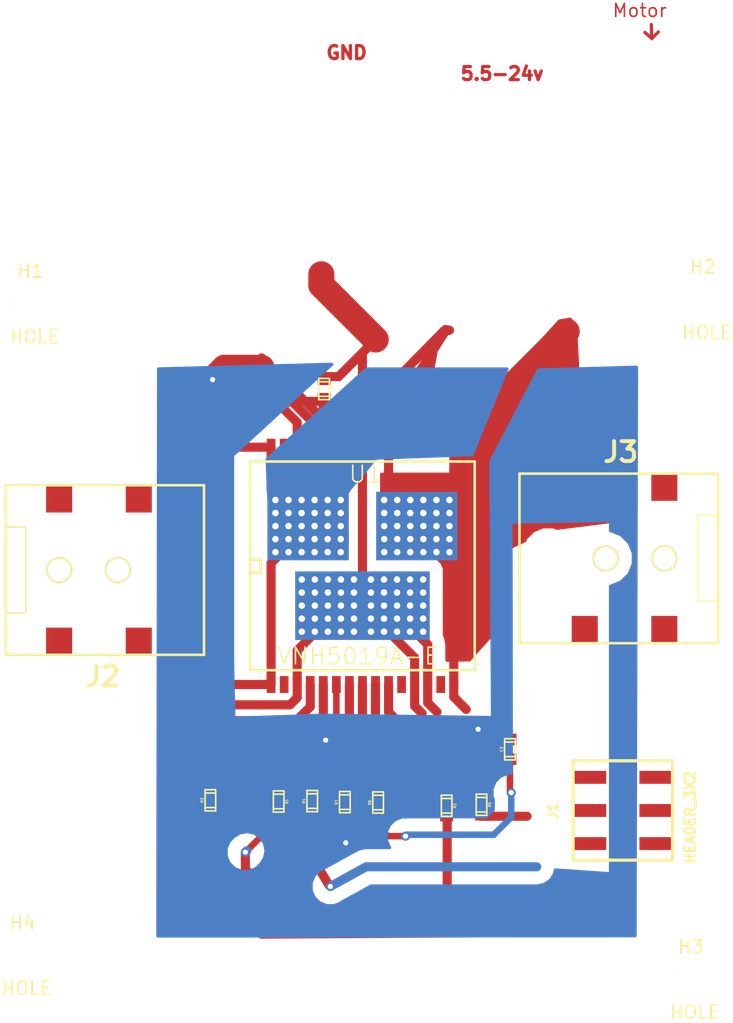
<source format=kicad_pcb>
(kicad_pcb (version 3) (host pcbnew "(2013-08-24 BZR 4298)-stable")

  (general
    (links 153)
    (no_connects 12)
    (area 0 0 0 0)
    (thickness 1.6)
    (drawings 3)
    (tracks 158)
    (zones 0)
    (modules 17)
    (nets 16)
  )

  (page A)
  (layers
    (15 F.Cu signal)
    (0 B.Cu signal)
    (16 B.Adhes user)
    (17 F.Adhes user)
    (18 B.Paste user)
    (19 F.Paste user)
    (20 B.SilkS user)
    (21 F.SilkS user)
    (22 B.Mask user)
    (23 F.Mask user)
    (24 Dwgs.User user)
    (25 Cmts.User user)
    (26 Eco1.User user)
    (27 Eco2.User user)
    (28 Edge.Cuts user)
  )

  (setup
    (last_trace_width 0.25)
    (user_trace_width 0.2)
    (user_trace_width 0.25)
    (user_trace_width 0.3)
    (user_trace_width 0.4)
    (user_trace_width 0.5)
    (user_trace_width 0.6)
    (user_trace_width 0.7)
    (user_trace_width 0.8)
    (user_trace_width 0.9)
    (user_trace_width 1)
    (user_trace_width 1.1)
    (user_trace_width 2)
    (trace_clearance 0.25)
    (zone_clearance 0.8)
    (zone_45_only no)
    (trace_min 0.1)
    (segment_width 0.2)
    (edge_width 0.1)
    (via_size 0.7)
    (via_drill 0.4)
    (via_min_size 0.7)
    (via_min_drill 0.4)
    (uvia_size 0.4)
    (uvia_drill 0.127)
    (uvias_allowed no)
    (uvia_min_size 0.4)
    (uvia_min_drill 0.127)
    (pcb_text_width 0.3)
    (pcb_text_size 1.5 1.5)
    (mod_edge_width 0.15)
    (mod_text_size 1 1)
    (mod_text_width 0.15)
    (pad_size 1.8 1.8)
    (pad_drill 1)
    (pad_to_mask_clearance 0)
    (aux_axis_origin 0 0)
    (visible_elements 7FFFFFFF)
    (pcbplotparams
      (layerselection 3178497)
      (usegerberextensions false)
      (excludeedgelayer true)
      (linewidth 0.150000)
      (plotframeref false)
      (viasonmask false)
      (mode 1)
      (useauxorigin false)
      (hpglpennumber 1)
      (hpglpenspeed 20)
      (hpglpendiameter 15)
      (hpglpenoverlay 2)
      (psnegative false)
      (psa4output false)
      (plotreference true)
      (plotvalue true)
      (plotothertext true)
      (plotinvisibletext false)
      (padsonsilk false)
      (subtractmaskfromsilk false)
      (outputformat 2)
      (mirror false)
      (drillshape 0)
      (scaleselection 1)
      (outputdirectory ""))
  )

  (net 0 "")
  (net 1 +3.3v)
  (net 2 CS)
  (net 3 GND)
  (net 4 IN_A)
  (net 5 IN_B)
  (net 6 Motor1OutA)
  (net 7 Motor1OutB)
  (net 8 N-0000010)
  (net 9 N-0000011)
  (net 10 N-0000017)
  (net 11 N-000006)
  (net 12 N-000007)
  (net 13 N-000009)
  (net 14 PWM)
  (net 15 Vin)

  (net_class Default "This is the default net class."
    (clearance 0.25)
    (trace_width 0.25)
    (via_dia 0.7)
    (via_drill 0.4)
    (uvia_dia 0.4)
    (uvia_drill 0.127)
    (add_net "")
    (add_net +3.3v)
    (add_net CS)
    (add_net GND)
    (add_net IN_A)
    (add_net IN_B)
    (add_net Motor1OutA)
    (add_net Motor1OutB)
    (add_net N-0000010)
    (add_net N-0000011)
    (add_net N-0000017)
    (add_net N-000006)
    (add_net N-000007)
    (add_net N-000009)
    (add_net PWM)
    (add_net Vin)
  )

  (module TED_MultiPowerSO-30 (layer F.Cu) (tedit 5270A0CE) (tstamp 5270836C)
    (at 146.74 105.22)
    (descr "Module CMS SOJ 16 pins tres large")
    (tags "CMS SOJ")
    (path /525F77E9)
    (attr smd)
    (fp_text reference U1 (at 0.225 -7.025) (layer F.SilkS)
      (effects (font (size 1.27 1.27) (thickness 0.127)))
    )
    (fp_text value VNH5019A-E (at -0.325 6.925) (layer F.SilkS)
      (effects (font (size 1.27 1.27) (thickness 0.127)))
    )
    (fp_line (start -8.6 8) (end -8.6 -8) (layer F.SilkS) (width 0.2032))
    (fp_line (start 8.6 -8) (end 8.6 8) (layer F.SilkS) (width 0.2032))
    (fp_line (start -8.6 -8) (end 8.6 -8) (layer F.SilkS) (width 0.2032))
    (fp_line (start 8.6 8) (end -8.6 8) (layer F.SilkS) (width 0.2032))
    (fp_line (start -8.561 -0.483) (end -7.799 -0.483) (layer F.SilkS) (width 0.2032))
    (fp_line (start -7.799 -0.483) (end -7.799 0.533) (layer F.SilkS) (width 0.2032))
    (fp_line (start -7.799 0.533) (end -8.561 0.533) (layer F.SilkS) (width 0.2032))
    (pad 22 smd rect (at 1 -9.1) (size 0.67 1.3)
      (layers F.Cu F.Paste F.Mask)
    )
    (pad 21 smd rect (at 2 -9.1) (size 0.67 1.3)
      (layers F.Cu F.Paste F.Mask)
      (net 7 Motor1OutB)
    )
    (pad 20 smd rect (at 3 -9.1) (size 0.67 1.3)
      (layers F.Cu F.Paste F.Mask)
      (net 3 GND)
    )
    (pad 19 smd rect (at 4 -9.1) (size 0.67 1.3)
      (layers F.Cu F.Paste F.Mask)
      (net 3 GND)
    )
    (pad 18 smd rect (at 5 -9.1) (size 0.67 1.3)
      (layers F.Cu F.Paste F.Mask)
      (net 3 GND)
    )
    (pad 17 smd rect (at 6 -9.1) (size 0.67 1.3)
      (layers F.Cu F.Paste F.Mask)
    )
    (pad 16 smd rect (at 7 -9.1) (size 0.67 1.3)
      (layers F.Cu F.Paste F.Mask)
      (net 7 Motor1OutB)
      (zone_connect 2)
    )
    (pad 15 smd rect (at 7 9.1) (size 0.67 1.3)
      (layers F.Cu F.Paste F.Mask)
      (net 7 Motor1OutB)
    )
    (pad 14 smd rect (at 6 9.1) (size 0.67 1.3)
      (layers F.Cu F.Paste F.Mask)
    )
    (pad 13 smd rect (at 5 9.1) (size 0.67 1.3)
      (layers F.Cu F.Paste F.Mask)
      (net 15 Vin)
    )
    (pad 12 smd rect (at 4 9.1) (size 0.67 1.3)
      (layers F.Cu F.Paste F.Mask)
      (net 15 Vin)
    )
    (pad 11 smd rect (at 3 9.1) (size 0.67 1.3)
      (layers F.Cu F.Paste F.Mask)
    )
    (pad 10 smd rect (at 2 9.1) (size 0.67 1.3)
      (layers F.Cu F.Paste F.Mask)
      (net 5 IN_B)
    )
    (pad 9 smd rect (at 1 9.1) (size 0.67 1.3)
      (layers F.Cu F.Paste F.Mask)
      (net 11 N-000006)
    )
    (pad 1 smd rect (at -7 9.1) (size 0.67 1.3)
      (layers F.Cu F.Paste F.Mask)
      (net 6 Motor1OutA)
    )
    (pad 2 smd rect (at -6 9.1) (size 0.67 1.3)
      (layers F.Cu F.Paste F.Mask)
    )
    (pad 3 smd rect (at -5 9.1) (size 0.67 1.3)
      (layers F.Cu F.Paste F.Mask)
      (net 15 Vin)
    )
    (pad 4 smd rect (at -4 9.1) (size 0.67 1.3)
      (layers F.Cu F.Paste F.Mask)
      (net 4 IN_A)
    )
    (pad 5 smd rect (at -3 9.1) (size 0.67 1.3)
      (layers F.Cu F.Paste F.Mask)
      (net 12 N-000007)
    )
    (pad 6 smd rect (at -2 9.1) (size 0.67 1.3)
      (layers F.Cu F.Paste F.Mask)
      (net 3 GND)
    )
    (pad 7 smd rect (at -1 9.1) (size 0.67 1.3)
      (layers F.Cu F.Paste F.Mask)
      (net 14 PWM)
    )
    (pad 8 smd rect (at 0 9.1) (size 0.67 1.3)
      (layers F.Cu F.Paste F.Mask)
      (net 2 CS)
    )
    (pad 23 smd rect (at 0 -9.1) (size 0.67 1.3)
      (layers F.Cu F.Paste F.Mask)
      (net 15 Vin)
    )
    (pad 24 smd rect (at -1 -9.1) (size 0.67 1.3)
      (layers F.Cu F.Paste F.Mask)
    )
    (pad 25 smd rect (at -2 -9.1) (size 0.67 1.3)
      (layers F.Cu F.Paste F.Mask)
      (net 6 Motor1OutA)
    )
    (pad 26 smd rect (at -3 -9.1) (size 0.67 1.3)
      (layers F.Cu F.Paste F.Mask)
      (net 3 GND)
    )
    (pad 27 smd rect (at -4 -9.1) (size 0.67 1.3)
      (layers F.Cu F.Paste F.Mask)
      (net 3 GND)
    )
    (pad 28 smd rect (at -5 -9.1) (size 0.67 1.3)
      (layers F.Cu F.Paste F.Mask)
      (net 3 GND)
    )
    (pad 29 smd rect (at -6 -9.1) (size 0.67 1.3)
      (layers F.Cu F.Paste F.Mask)
    )
    (pad 30 smd rect (at -7 -9.1) (size 0.67 1.3)
      (layers F.Cu F.Paste F.Mask)
      (net 6 Motor1OutA)
    )
    (pad 33 smd rect (at -4.165 -3.05) (size 6.23 5.25)
      (layers F.Cu F.Paste F.Mask)
      (net 6 Motor1OutA)
      (zone_connect 2)
    )
    (pad 32 smd rect (at 4.165 -3.05) (size 6.23 5.25)
      (layers F.Cu F.Paste F.Mask)
      (net 7 Motor1OutB)
      (zone_connect 2)
    )
    (pad 31 smd rect (at 0 3.05) (size 10.3 5.25)
      (layers F.Cu F.Paste F.Mask)
      (net 15 Vin)
      (zone_connect 2)
    )
    (pad 33 thru_hole circle (at -6.665 -5.05) (size 0.5 0.5) (drill 0.5)
      (layers *.Cu)
      (net 6 Motor1OutA)
      (zone_connect 2)
    )
    (pad 33 thru_hole circle (at -5.665 -5.05) (size 0.5 0.5) (drill 0.5)
      (layers *.Cu)
      (net 6 Motor1OutA)
      (zone_connect 2)
    )
    (pad 33 thru_hole circle (at -4.665 -5.05) (size 0.5 0.5) (drill 0.5)
      (layers *.Cu)
      (net 6 Motor1OutA)
      (zone_connect 2)
    )
    (pad 33 thru_hole circle (at -3.665 -5.05) (size 0.5 0.5) (drill 0.5)
      (layers *.Cu)
      (net 6 Motor1OutA)
      (zone_connect 2)
    )
    (pad 33 thru_hole circle (at -2.665 -5.05) (size 0.5 0.5) (drill 0.5)
      (layers *.Cu)
      (net 6 Motor1OutA)
      (zone_connect 2)
    )
    (pad 33 thru_hole circle (at -1.665 -5.05) (size 0.5 0.5) (drill 0.5)
      (layers *.Cu)
      (net 6 Motor1OutA)
      (zone_connect 2)
    )
    (pad 32 thru_hole circle (at 6.665 -5.05) (size 0.5 0.5) (drill 0.5)
      (layers *.Cu)
      (net 7 Motor1OutB)
      (zone_connect 2)
    )
    (pad 32 thru_hole circle (at 5.665 -5.05) (size 0.5 0.5) (drill 0.5)
      (layers *.Cu)
      (net 7 Motor1OutB)
      (zone_connect 2)
    )
    (pad 32 thru_hole circle (at 4.665 -5.05) (size 0.5 0.5) (drill 0.5)
      (layers *.Cu)
      (net 7 Motor1OutB)
      (zone_connect 2)
    )
    (pad 32 thru_hole circle (at 3.665 -5.05) (size 0.5 0.5) (drill 0.5)
      (layers *.Cu)
      (net 7 Motor1OutB)
      (zone_connect 2)
    )
    (pad 32 thru_hole circle (at 2.665 -5.05) (size 0.5 0.5) (drill 0.5)
      (layers *.Cu)
      (net 7 Motor1OutB)
      (zone_connect 2)
    )
    (pad 32 thru_hole circle (at 1.665 -5.05) (size 0.5 0.5) (drill 0.5)
      (layers *.Cu)
      (net 7 Motor1OutB)
      (zone_connect 2)
    )
    (pad 32 thru_hole circle (at 6.665 -4.05) (size 0.5 0.5) (drill 0.5)
      (layers *.Cu)
      (net 7 Motor1OutB)
      (zone_connect 2)
    )
    (pad 32 thru_hole circle (at 5.665 -4.05) (size 0.5 0.5) (drill 0.5)
      (layers *.Cu)
      (net 7 Motor1OutB)
      (zone_connect 2)
    )
    (pad 32 thru_hole circle (at 4.665 -4.05) (size 0.5 0.5) (drill 0.5)
      (layers *.Cu)
      (net 7 Motor1OutB)
      (zone_connect 2)
    )
    (pad 32 thru_hole circle (at 3.665 -4.05) (size 0.5 0.5) (drill 0.5)
      (layers *.Cu)
      (net 7 Motor1OutB)
      (zone_connect 2)
    )
    (pad 32 thru_hole circle (at 2.665 -4.05) (size 0.5 0.5) (drill 0.5)
      (layers *.Cu)
      (net 7 Motor1OutB)
      (zone_connect 2)
    )
    (pad 32 thru_hole circle (at 1.665 -4.05) (size 0.5 0.5) (drill 0.5)
      (layers *.Cu)
      (net 7 Motor1OutB)
      (zone_connect 2)
    )
    (pad 33 thru_hole circle (at -1.665 -4.05) (size 0.5 0.5) (drill 0.5)
      (layers *.Cu)
      (net 6 Motor1OutA)
      (zone_connect 2)
    )
    (pad 33 thru_hole circle (at -2.665 -4.05) (size 0.5 0.5) (drill 0.5)
      (layers *.Cu)
      (net 6 Motor1OutA)
      (zone_connect 2)
    )
    (pad 33 thru_hole circle (at -3.665 -4.05) (size 0.5 0.5) (drill 0.5)
      (layers *.Cu)
      (net 6 Motor1OutA)
      (zone_connect 2)
    )
    (pad 33 thru_hole circle (at -4.665 -4.05) (size 0.5 0.5) (drill 0.5)
      (layers *.Cu)
      (net 6 Motor1OutA)
      (zone_connect 2)
    )
    (pad 33 thru_hole circle (at -5.665 -4.05) (size 0.5 0.5) (drill 0.5)
      (layers *.Cu)
      (net 6 Motor1OutA)
      (zone_connect 2)
    )
    (pad 33 thru_hole circle (at -6.665 -4.05) (size 0.5 0.5) (drill 0.5)
      (layers *.Cu)
      (net 6 Motor1OutA)
      (zone_connect 2)
    )
    (pad 32 thru_hole circle (at 1.665 -3.05) (size 0.5 0.5) (drill 0.5)
      (layers *.Cu)
      (net 7 Motor1OutB)
      (zone_connect 2)
    )
    (pad 32 thru_hole circle (at 2.665 -3.05) (size 0.5 0.5) (drill 0.5)
      (layers *.Cu)
      (net 7 Motor1OutB)
      (zone_connect 2)
    )
    (pad 32 thru_hole circle (at 3.665 -3.05) (size 0.5 0.5) (drill 0.5)
      (layers *.Cu)
      (net 7 Motor1OutB)
      (zone_connect 2)
    )
    (pad 32 thru_hole circle (at 4.665 -3.05) (size 0.5 0.5) (drill 0.5)
      (layers *.Cu)
      (net 7 Motor1OutB)
      (zone_connect 2)
    )
    (pad 32 thru_hole circle (at 5.665 -3.05) (size 0.5 0.5) (drill 0.5)
      (layers *.Cu)
      (net 7 Motor1OutB)
      (zone_connect 2)
    )
    (pad 32 thru_hole circle (at 6.665 -3.05) (size 0.5 0.5) (drill 0.5)
      (layers *.Cu)
      (net 7 Motor1OutB)
      (zone_connect 2)
    )
    (pad 33 thru_hole circle (at -1.665 -3.05) (size 0.5 0.5) (drill 0.5)
      (layers *.Cu)
      (net 6 Motor1OutA)
      (zone_connect 2)
    )
    (pad 33 thru_hole circle (at -2.665 -3.05) (size 0.5 0.5) (drill 0.5)
      (layers *.Cu)
      (net 6 Motor1OutA)
      (zone_connect 2)
    )
    (pad 33 thru_hole circle (at -3.665 -3.05) (size 0.5 0.5) (drill 0.5)
      (layers *.Cu)
      (net 6 Motor1OutA)
      (zone_connect 2)
    )
    (pad 33 thru_hole circle (at -4.665 -3.05) (size 0.5 0.5) (drill 0.5)
      (layers *.Cu)
      (net 6 Motor1OutA)
      (zone_connect 2)
    )
    (pad 33 thru_hole circle (at -5.665 -3.05) (size 0.5 0.5) (drill 0.5)
      (layers *.Cu)
      (net 6 Motor1OutA)
      (zone_connect 2)
    )
    (pad 33 thru_hole circle (at -6.665 -3.05) (size 0.5 0.5) (drill 0.5)
      (layers *.Cu)
      (net 6 Motor1OutA)
      (zone_connect 2)
    )
    (pad 33 thru_hole circle (at -6.665 -2.05) (size 0.5 0.5) (drill 0.5)
      (layers *.Cu)
      (net 6 Motor1OutA)
      (zone_connect 2)
    )
    (pad 33 thru_hole circle (at -5.665 -2.05) (size 0.5 0.5) (drill 0.5)
      (layers *.Cu)
      (net 6 Motor1OutA)
      (zone_connect 2)
    )
    (pad 33 thru_hole circle (at -4.665 -2.05) (size 0.5 0.5) (drill 0.5)
      (layers *.Cu)
      (net 6 Motor1OutA)
      (zone_connect 2)
    )
    (pad 33 thru_hole circle (at -3.665 -2.05) (size 0.5 0.5) (drill 0.5)
      (layers *.Cu)
      (net 6 Motor1OutA)
      (zone_connect 2)
    )
    (pad 33 thru_hole circle (at -2.665 -2.05) (size 0.5 0.5) (drill 0.5)
      (layers *.Cu)
      (net 6 Motor1OutA)
      (zone_connect 2)
    )
    (pad 33 thru_hole circle (at -1.665 -2.05) (size 0.5 0.5) (drill 0.5)
      (layers *.Cu)
      (net 6 Motor1OutA)
      (zone_connect 2)
    )
    (pad 32 thru_hole circle (at 1.665 -2.05) (size 0.5 0.5) (drill 0.5)
      (layers *.Cu)
      (net 7 Motor1OutB)
      (zone_connect 2)
    )
    (pad 32 thru_hole circle (at 2.665 -2.05) (size 0.5 0.5) (drill 0.5)
      (layers *.Cu)
      (net 7 Motor1OutB)
      (zone_connect 2)
    )
    (pad 32 thru_hole circle (at 3.665 -2.05) (size 0.5 0.5) (drill 0.5)
      (layers *.Cu)
      (net 7 Motor1OutB)
      (zone_connect 2)
    )
    (pad 32 thru_hole circle (at 4.665 -2.05) (size 0.5 0.5) (drill 0.5)
      (layers *.Cu)
      (net 7 Motor1OutB)
      (zone_connect 2)
    )
    (pad 32 thru_hole circle (at 5.665 -2.05) (size 0.5 0.5) (drill 0.5)
      (layers *.Cu)
      (net 7 Motor1OutB)
      (zone_connect 2)
    )
    (pad 32 thru_hole circle (at 6.665 -2.05) (size 0.5 0.5) (drill 0.5)
      (layers *.Cu)
      (net 7 Motor1OutB)
      (zone_connect 2)
    )
    (pad 33 thru_hole circle (at -6.665 -1.05) (size 0.5 0.5) (drill 0.5)
      (layers *.Cu)
      (net 6 Motor1OutA)
      (zone_connect 2)
    )
    (pad 33 thru_hole circle (at -5.665 -1.05) (size 0.5 0.5) (drill 0.5)
      (layers *.Cu)
      (net 6 Motor1OutA)
      (zone_connect 2)
    )
    (pad 33 thru_hole circle (at -4.665 -1.05) (size 0.5 0.5) (drill 0.5)
      (layers *.Cu)
      (net 6 Motor1OutA)
      (zone_connect 2)
    )
    (pad 33 thru_hole circle (at -3.665 -1.05) (size 0.5 0.5) (drill 0.5)
      (layers *.Cu)
      (net 6 Motor1OutA)
      (zone_connect 2)
    )
    (pad 33 thru_hole circle (at -2.665 -1.05) (size 0.5 0.5) (drill 0.5)
      (layers *.Cu)
      (net 6 Motor1OutA)
      (zone_connect 2)
    )
    (pad 33 thru_hole circle (at -1.665 -1.05) (size 0.5 0.5) (drill 0.5)
      (layers *.Cu)
      (net 6 Motor1OutA)
      (zone_connect 2)
    )
    (pad 32 thru_hole circle (at 1.665 -1.05) (size 0.5 0.5) (drill 0.5)
      (layers *.Cu)
      (net 7 Motor1OutB)
      (zone_connect 2)
    )
    (pad 32 thru_hole circle (at 2.665 -1.05) (size 0.5 0.5) (drill 0.5)
      (layers *.Cu)
      (net 7 Motor1OutB)
      (zone_connect 2)
    )
    (pad 32 thru_hole circle (at 3.665 -1.05) (size 0.5 0.5) (drill 0.5)
      (layers *.Cu)
      (net 7 Motor1OutB)
      (zone_connect 2)
    )
    (pad 32 thru_hole circle (at 4.665 -1.05) (size 0.5 0.5) (drill 0.5)
      (layers *.Cu)
      (net 7 Motor1OutB)
      (zone_connect 2)
    )
    (pad 32 thru_hole circle (at 5.665 -1.05) (size 0.5 0.5) (drill 0.5)
      (layers *.Cu)
      (net 7 Motor1OutB)
      (zone_connect 2)
    )
    (pad 32 thru_hole circle (at 6.665 -1.05) (size 0.5 0.5) (drill 0.5)
      (layers *.Cu)
      (net 7 Motor1OutB)
      (zone_connect 2)
    )
    (pad 31 thru_hole circle (at 1.65 1.05) (size 0.5 0.5) (drill 0.5)
      (layers *.Cu)
      (net 15 Vin)
      (zone_connect 2)
    )
    (pad 31 thru_hole circle (at 2.65 1.05) (size 0.5 0.5) (drill 0.5)
      (layers *.Cu)
      (net 15 Vin)
      (zone_connect 2)
    )
    (pad 31 thru_hole circle (at 3.65 1.05) (size 0.5 0.5) (drill 0.5)
      (layers *.Cu)
      (net 15 Vin)
      (zone_connect 2)
    )
    (pad 31 thru_hole circle (at 4.65 1.05) (size 0.5 0.5) (drill 0.5)
      (layers *.Cu)
      (net 15 Vin)
      (zone_connect 2)
    )
    (pad 31 thru_hole circle (at 4.65 2.05) (size 0.5 0.5) (drill 0.5)
      (layers *.Cu)
      (net 15 Vin)
      (zone_connect 2)
    )
    (pad 31 thru_hole circle (at 3.65 2.05) (size 0.5 0.5) (drill 0.5)
      (layers *.Cu)
      (net 15 Vin)
      (zone_connect 2)
    )
    (pad 31 thru_hole circle (at 2.65 2.05) (size 0.5 0.5) (drill 0.5)
      (layers *.Cu)
      (net 15 Vin)
      (zone_connect 2)
    )
    (pad 31 thru_hole circle (at 1.65 2.05) (size 0.5 0.5) (drill 0.5)
      (layers *.Cu)
      (net 15 Vin)
      (zone_connect 2)
    )
    (pad 31 thru_hole circle (at 4.65 3.05) (size 0.5 0.5) (drill 0.5)
      (layers *.Cu)
      (net 15 Vin)
      (zone_connect 2)
    )
    (pad 31 thru_hole circle (at 3.65 3.05) (size 0.5 0.5) (drill 0.5)
      (layers *.Cu)
      (net 15 Vin)
      (zone_connect 2)
    )
    (pad 31 thru_hole circle (at 2.65 3.05) (size 0.5 0.5) (drill 0.5)
      (layers *.Cu)
      (net 15 Vin)
      (zone_connect 2)
    )
    (pad 31 thru_hole circle (at 1.65 3.05) (size 0.5 0.5) (drill 0.5)
      (layers *.Cu)
      (net 15 Vin)
      (zone_connect 2)
    )
    (pad 31 thru_hole circle (at 1.65 4.05) (size 0.5 0.5) (drill 0.5)
      (layers *.Cu)
      (net 15 Vin)
      (zone_connect 2)
    )
    (pad 31 thru_hole circle (at 2.65 4.05) (size 0.5 0.5) (drill 0.5)
      (layers *.Cu)
      (net 15 Vin)
      (zone_connect 2)
    )
    (pad 31 thru_hole circle (at 3.65 4.05) (size 0.5 0.5) (drill 0.5)
      (layers *.Cu)
      (net 15 Vin)
      (zone_connect 2)
    )
    (pad 31 thru_hole circle (at 4.65 4.05) (size 0.5 0.5) (drill 0.5)
      (layers *.Cu)
      (net 15 Vin)
      (zone_connect 2)
    )
    (pad 31 thru_hole circle (at 1.65 5.05) (size 0.5 0.5) (drill 0.5)
      (layers *.Cu)
      (net 15 Vin)
      (zone_connect 2)
    )
    (pad 31 thru_hole circle (at 2.65 5.05) (size 0.5 0.5) (drill 0.5)
      (layers *.Cu)
      (net 15 Vin)
      (zone_connect 2)
    )
    (pad 31 thru_hole circle (at 3.65 5.05) (size 0.5 0.5) (drill 0.5)
      (layers *.Cu)
      (net 15 Vin)
      (zone_connect 2)
    )
    (pad 31 thru_hole circle (at 4.65 5.05) (size 0.5 0.5) (drill 0.5)
      (layers *.Cu)
      (net 15 Vin)
      (zone_connect 2)
    )
    (pad 31 thru_hole circle (at 0.65 5.05) (size 0.5 0.5) (drill 0.5)
      (layers *.Cu)
      (net 15 Vin)
      (zone_connect 2)
    )
    (pad 31 thru_hole circle (at -0.65 5.05) (size 0.5 0.5) (drill 0.5)
      (layers *.Cu)
      (net 15 Vin)
      (zone_connect 2)
    )
    (pad 31 thru_hole circle (at -1.65 5.05) (size 0.5 0.5) (drill 0.5)
      (layers *.Cu)
      (net 15 Vin)
      (zone_connect 2)
    )
    (pad 31 thru_hole circle (at -2.65 5.05) (size 0.5 0.5) (drill 0.5)
      (layers *.Cu)
      (net 15 Vin)
      (zone_connect 2)
    )
    (pad 31 thru_hole circle (at -3.65 5.05) (size 0.5 0.5) (drill 0.5)
      (layers *.Cu)
      (net 15 Vin)
      (zone_connect 2)
    )
    (pad 31 thru_hole circle (at -4.65 5.05) (size 0.5 0.5) (drill 0.5)
      (layers *.Cu)
      (net 15 Vin)
      (zone_connect 2)
    )
    (pad 31 thru_hole circle (at 0.65 4.05) (size 0.5 0.5) (drill 0.5)
      (layers *.Cu)
      (net 15 Vin)
      (zone_connect 2)
    )
    (pad 31 thru_hole circle (at -0.65 4.05) (size 0.5 0.5) (drill 0.5)
      (layers *.Cu)
      (net 15 Vin)
      (zone_connect 2)
    )
    (pad 31 thru_hole circle (at -1.65 4.05) (size 0.5 0.5) (drill 0.5)
      (layers *.Cu)
      (net 15 Vin)
      (zone_connect 2)
    )
    (pad 31 thru_hole circle (at -2.65 4.05) (size 0.5 0.5) (drill 0.5)
      (layers *.Cu)
      (net 15 Vin)
      (zone_connect 2)
    )
    (pad 31 thru_hole circle (at -3.65 4.05) (size 0.5 0.5) (drill 0.5)
      (layers *.Cu)
      (net 15 Vin)
      (zone_connect 2)
    )
    (pad 31 thru_hole circle (at -4.65 4.05) (size 0.5 0.5) (drill 0.5)
      (layers *.Cu)
      (net 15 Vin)
      (zone_connect 2)
    )
    (pad 31 thru_hole circle (at -4.65 3.05) (size 0.5 0.5) (drill 0.5)
      (layers *.Cu)
      (net 15 Vin)
      (zone_connect 2)
    )
    (pad 31 thru_hole circle (at -3.65 3.05) (size 0.5 0.5) (drill 0.5)
      (layers *.Cu)
      (net 15 Vin)
      (zone_connect 2)
    )
    (pad 31 thru_hole circle (at -2.65 3.05) (size 0.5 0.5) (drill 0.5)
      (layers *.Cu)
      (net 15 Vin)
      (zone_connect 2)
    )
    (pad 31 thru_hole circle (at -1.65 3.05) (size 0.5 0.5) (drill 0.5)
      (layers *.Cu)
      (net 15 Vin)
      (zone_connect 2)
    )
    (pad 31 thru_hole circle (at -0.65 3.05) (size 0.5 0.5) (drill 0.5)
      (layers *.Cu)
      (net 15 Vin)
      (zone_connect 2)
    )
    (pad 31 thru_hole circle (at 0.65 3.05) (size 0.5 0.5) (drill 0.5)
      (layers *.Cu)
      (net 15 Vin)
      (zone_connect 2)
    )
    (pad 31 thru_hole circle (at -4.65 2.05) (size 0.5 0.5) (drill 0.5)
      (layers *.Cu)
      (net 15 Vin)
      (zone_connect 2)
    )
    (pad 31 thru_hole circle (at -3.65 2.05) (size 0.5 0.5) (drill 0.5)
      (layers *.Cu)
      (net 15 Vin)
      (zone_connect 2)
    )
    (pad 31 thru_hole circle (at -2.65 2.05) (size 0.5 0.5) (drill 0.5)
      (layers *.Cu)
      (net 15 Vin)
      (zone_connect 2)
    )
    (pad 31 thru_hole circle (at -1.65 2.05) (size 0.5 0.5) (drill 0.5)
      (layers *.Cu)
      (net 15 Vin)
      (zone_connect 2)
    )
    (pad 31 thru_hole circle (at -0.65 2.05) (size 0.5 0.5) (drill 0.5)
      (layers *.Cu)
      (net 15 Vin)
      (zone_connect 2)
    )
    (pad 31 thru_hole circle (at 0.65 2.05) (size 0.5 0.5) (drill 0.5)
      (layers *.Cu)
      (net 15 Vin)
      (zone_connect 2)
    )
    (pad 31 thru_hole circle (at 0.65 1.05) (size 0.5 0.5) (drill 0.5)
      (layers *.Cu)
      (net 15 Vin)
      (zone_connect 2)
    )
    (pad 31 thru_hole circle (at -0.65 1.05) (size 0.5 0.5) (drill 0.5)
      (layers *.Cu)
      (net 15 Vin)
      (zone_connect 2)
    )
    (pad 31 thru_hole circle (at -1.65 1.05) (size 0.5 0.5) (drill 0.5)
      (layers *.Cu)
      (net 15 Vin)
      (zone_connect 2)
    )
    (pad 31 thru_hole circle (at -2.65 1.05) (size 0.5 0.5) (drill 0.5)
      (layers *.Cu)
      (net 15 Vin)
      (zone_connect 2)
    )
    (pad 31 thru_hole circle (at -3.65 1.05) (size 0.5 0.5) (drill 0.5)
      (layers *.Cu)
      (net 15 Vin)
      (zone_connect 2)
    )
    (pad 31 thru_hole circle (at -4.65 1.05) (size 0.5 0.5) (drill 0.5)
      (layers *.Cu)
      (net 15 Vin)
      (zone_connect 2)
    )
    (pad 33 smd rect (at -4.165 -3.05) (size 6.23 5.25)
      (layers B.Cu F.Paste F.Mask)
      (net 6 Motor1OutA)
      (zone_connect 2)
    )
    (pad 32 smd rect (at 4.165 -3.05) (size 6.23 5.25)
      (layers B.Cu F.Paste F.Mask)
      (net 7 Motor1OutB)
      (zone_connect 2)
    )
    (pad 31 smd rect (at 0 3.05) (size 10.3 5.25)
      (layers B.Cu F.Paste F.Mask)
      (net 15 Vin)
      (zone_connect 2)
    )
    (model smd/cms_so16.wrl
      (at (xyz 0 0 0))
      (scale (xyz 0.5 0.6 0.5))
      (rotate (xyz 0 0 0))
    )
  )

  (module TED_DC_2.1mm_SMT (layer F.Cu) (tedit 52880F9F) (tstamp 529F5C02)
    (at 127 105.54 180)
    (path /52503907)
    (fp_text reference J2 (at 0.15748 -8.15848 180) (layer F.SilkS)
      (effects (font (thickness 0.3048)))
    )
    (fp_text value DC_2.1MM (at 0.1016 8.49884 180) (layer F.SilkS) hide
      (effects (font (thickness 0.3048)))
    )
    (fp_line (start 7.6 -3.3) (end 6.05 -3.3) (layer F.SilkS) (width 0.127))
    (fp_line (start 6.05 -3.3) (end 6.05 3.3) (layer F.SilkS) (width 0.127))
    (fp_line (start 6.05 3.3) (end 7.575 3.3) (layer F.SilkS) (width 0.127))
    (fp_line (start -7.59968 -6.5024) (end 7.59968 -6.5024) (layer F.SilkS) (width 0.20066))
    (fp_line (start 7.59968 -6.5024) (end 7.59968 6.5024) (layer F.SilkS) (width 0.20066))
    (fp_line (start 7.59968 6.5024) (end -7.59968 6.5024) (layer F.SilkS) (width 0.20066))
    (fp_line (start -7.59968 6.5024) (end -7.59968 -6.5024) (layer F.SilkS) (width 0.20066))
    (pad "" np_thru_hole circle (at -1.00076 0 180) (size 1.99898 1.99898) (drill 1.69926)
      (layers *.Cu *.Mask F.SilkS)
    )
    (pad 1 smd rect (at 3.50012 5.4102 180) (size 1.99898 1.99898)
      (layers F.Cu F.Paste F.Mask)
      (net 15 Vin)
    )
    (pad 1 smd rect (at -2.60096 5.4102 180) (size 1.99898 1.99898)
      (layers F.Cu F.Paste F.Mask)
      (net 15 Vin)
    )
    (pad 2 smd rect (at 3.50012 -5.41528 180) (size 1.99898 1.99898)
      (layers F.Cu F.Paste F.Mask)
      (net 3 GND)
    )
    (pad 3 smd rect (at -2.60096 -5.41528 180) (size 1.99898 1.99898)
      (layers F.Cu F.Paste F.Mask)
    )
    (pad "" np_thru_hole circle (at 3.50012 0 180) (size 1.99898 1.99898) (drill 1.69926)
      (layers *.Cu *.Mask F.SilkS)
    )
  )

  (module TED_HEADER_3x2_SMT (layer F.Cu) (tedit 52CB3F8A) (tstamp 52D617B6)
    (at 166.69 123.98 270)
    (path /52D6167D)
    (fp_text reference J1 (at 0.05 5.35 270) (layer F.SilkS)
      (effects (font (size 0.762 0.762) (thickness 0.1905)))
    )
    (fp_text value HEADER_3X2 (at 0.525 -5.15 270) (layer F.SilkS)
      (effects (font (size 0.762 0.762) (thickness 0.1905)))
    )
    (fp_line (start 3.81 -3.81) (end -3.81 -3.81) (layer F.SilkS) (width 0.254))
    (fp_line (start 3.81 -3.81) (end 3.81 3.81) (layer F.SilkS) (width 0.254))
    (fp_line (start 3.81 3.81) (end -3.81 3.81) (layer F.SilkS) (width 0.254))
    (fp_line (start -3.81 3.81) (end -3.81 -3.81) (layer F.SilkS) (width 0.254))
    (pad 1 smd rect (at -2.54 2.54 270) (size 0.9906 2.54)
      (layers F.Cu F.Paste F.Mask)
      (clearance 0.75)
    )
    (pad 2 smd rect (at 0 2.54 270) (size 0.9906 2.54)
      (layers F.Cu F.Paste F.Mask)
      (net 13 N-000009)
      (clearance 0.75)
    )
    (pad 3 smd rect (at 2.54 2.54 270) (size 0.9906 2.54)
      (layers F.Cu F.Paste F.Mask)
      (net 8 N-0000010)
      (clearance 0.508)
    )
    (pad 4 smd rect (at 2.54 -2.54 270) (size 0.9906 2.54)
      (layers F.Cu F.Paste F.Mask)
      (net 10 N-0000017)
      (clearance 0.508)
    )
    (pad 5 smd rect (at 0 -2.54 270) (size 0.9906 2.54)
      (layers F.Cu F.Paste F.Mask)
      (net 9 N-0000011)
      (clearance 0.508)
    )
    (pad 6 smd rect (at -2.54 -2.54 270) (size 0.9906 2.54)
      (layers F.Cu F.Paste F.Mask)
      (net 3 GND)
      (clearance 0.508)
    )
  )

  (module TED_DC_2.1mm_SMT (layer F.Cu) (tedit 52880F9F) (tstamp 52D617C3)
    (at 166.37 104.65)
    (path /52D6165C)
    (fp_text reference J3 (at 0.15748 -8.15848) (layer F.SilkS)
      (effects (font (thickness 0.3048)))
    )
    (fp_text value DC_2.1MM (at 0.1016 8.49884) (layer F.SilkS) hide
      (effects (font (thickness 0.3048)))
    )
    (fp_line (start 7.6 -3.3) (end 6.05 -3.3) (layer F.SilkS) (width 0.127))
    (fp_line (start 6.05 -3.3) (end 6.05 3.3) (layer F.SilkS) (width 0.127))
    (fp_line (start 6.05 3.3) (end 7.575 3.3) (layer F.SilkS) (width 0.127))
    (fp_line (start -7.59968 -6.5024) (end 7.59968 -6.5024) (layer F.SilkS) (width 0.20066))
    (fp_line (start 7.59968 -6.5024) (end 7.59968 6.5024) (layer F.SilkS) (width 0.20066))
    (fp_line (start 7.59968 6.5024) (end -7.59968 6.5024) (layer F.SilkS) (width 0.20066))
    (fp_line (start -7.59968 6.5024) (end -7.59968 -6.5024) (layer F.SilkS) (width 0.20066))
    (pad "" np_thru_hole circle (at -1.00076 0) (size 1.99898 1.99898) (drill 1.69926)
      (layers *.Cu *.Mask F.SilkS)
    )
    (pad 1 smd rect (at 3.50012 5.4102) (size 1.99898 1.99898)
      (layers F.Cu F.Paste F.Mask)
      (net 6 Motor1OutA)
      (zone_connect 2)
    )
    (pad 1 smd rect (at -2.60096 5.4102) (size 1.99898 1.99898)
      (layers F.Cu F.Paste F.Mask)
      (net 6 Motor1OutA)
    )
    (pad 2 smd rect (at 3.50012 -5.41528) (size 1.99898 1.99898)
      (layers F.Cu F.Paste F.Mask)
      (net 7 Motor1OutB)
      (zone_connect 2)
    )
    (pad 3 smd rect (at -2.60096 -5.41528) (size 1.99898 1.99898)
      (layers F.Cu F.Paste F.Mask)
    )
    (pad "" np_thru_hole circle (at 3.50012 0) (size 1.99898 1.99898) (drill 1.69926)
      (layers *.Cu *.Mask F.SilkS)
    )
  )

  (module TED_SM0603 (layer F.Cu) (tedit 527731CB) (tstamp 52D61C99)
    (at 143.8 91.66 270)
    (descr "SMT capacitor, 0603")
    (path /5260B0D0)
    (fp_text reference C1 (at 0 -0.635 270) (layer F.SilkS)
      (effects (font (size 0.20066 0.20066) (thickness 0.04064)))
    )
    (fp_text value ".1uF (50v)" (at 0 0.635 270) (layer F.SilkS) hide
      (effects (font (size 0.20066 0.20066) (thickness 0.04064)))
    )
    (fp_line (start 0.5588 0.4064) (end 0.5588 -0.4064) (layer F.SilkS) (width 0.127))
    (fp_line (start -0.5588 -0.381) (end -0.5588 0.4064) (layer F.SilkS) (width 0.127))
    (fp_line (start -0.8128 -0.4064) (end 0.8128 -0.4064) (layer F.SilkS) (width 0.127))
    (fp_line (start 0.8128 -0.4064) (end 0.8128 0.4064) (layer F.SilkS) (width 0.127))
    (fp_line (start 0.8128 0.4064) (end -0.8128 0.4064) (layer F.SilkS) (width 0.127))
    (fp_line (start -0.8128 0.4064) (end -0.8128 -0.4064) (layer F.SilkS) (width 0.127))
    (pad 2 smd rect (at 0.75184 0 270) (size 0.89916 1.00076)
      (layers F.Cu F.Paste F.Mask)
      (net 3 GND)
    )
    (pad 1 smd rect (at -0.75184 0 270) (size 0.89916 1.00076)
      (layers F.Cu F.Paste F.Mask)
      (net 15 Vin)
    )
    (model smd/capacitors/c_0603.wrl
      (at (xyz 0 0 0))
      (scale (xyz 1 1 1))
      (rotate (xyz 0 0 0))
    )
  )

  (module TED_SM0603 (layer F.Cu) (tedit 527731CB) (tstamp 52D61CA4)
    (at 158.04 119.29 90)
    (descr "SMT capacitor, 0603")
    (path /5260AA63)
    (fp_text reference C3 (at 0 -0.635 90) (layer F.SilkS)
      (effects (font (size 0.20066 0.20066) (thickness 0.04064)))
    )
    (fp_text value 33nF (at 0 0.635 90) (layer F.SilkS) hide
      (effects (font (size 0.20066 0.20066) (thickness 0.04064)))
    )
    (fp_line (start 0.5588 0.4064) (end 0.5588 -0.4064) (layer F.SilkS) (width 0.127))
    (fp_line (start -0.5588 -0.381) (end -0.5588 0.4064) (layer F.SilkS) (width 0.127))
    (fp_line (start -0.8128 -0.4064) (end 0.8128 -0.4064) (layer F.SilkS) (width 0.127))
    (fp_line (start 0.8128 -0.4064) (end 0.8128 0.4064) (layer F.SilkS) (width 0.127))
    (fp_line (start 0.8128 0.4064) (end -0.8128 0.4064) (layer F.SilkS) (width 0.127))
    (fp_line (start -0.8128 0.4064) (end -0.8128 -0.4064) (layer F.SilkS) (width 0.127))
    (pad 2 smd rect (at 0.75184 0 90) (size 0.89916 1.00076)
      (layers F.Cu F.Paste F.Mask)
      (net 3 GND)
    )
    (pad 1 smd rect (at -0.75184 0 90) (size 0.89916 1.00076)
      (layers F.Cu F.Paste F.Mask)
      (net 10 N-0000017)
    )
    (model smd/capacitors/c_0603.wrl
      (at (xyz 0 0 0))
      (scale (xyz 1 1 1))
      (rotate (xyz 0 0 0))
    )
  )

  (module TED_SM0603 (layer F.Cu) (tedit 527731CB) (tstamp 52D61CAF)
    (at 140.32 123.29 270)
    (descr "SMT capacitor, 0603")
    (path /5260A836)
    (fp_text reference R1 (at 0 -0.635 270) (layer F.SilkS)
      (effects (font (size 0.20066 0.20066) (thickness 0.04064)))
    )
    (fp_text value 3.3k (at 0 0.635 270) (layer F.SilkS) hide
      (effects (font (size 0.20066 0.20066) (thickness 0.04064)))
    )
    (fp_line (start 0.5588 0.4064) (end 0.5588 -0.4064) (layer F.SilkS) (width 0.127))
    (fp_line (start -0.5588 -0.381) (end -0.5588 0.4064) (layer F.SilkS) (width 0.127))
    (fp_line (start -0.8128 -0.4064) (end 0.8128 -0.4064) (layer F.SilkS) (width 0.127))
    (fp_line (start 0.8128 -0.4064) (end 0.8128 0.4064) (layer F.SilkS) (width 0.127))
    (fp_line (start 0.8128 0.4064) (end -0.8128 0.4064) (layer F.SilkS) (width 0.127))
    (fp_line (start -0.8128 0.4064) (end -0.8128 -0.4064) (layer F.SilkS) (width 0.127))
    (pad 2 smd rect (at 0.75184 0 270) (size 0.89916 1.00076)
      (layers F.Cu F.Paste F.Mask)
      (net 1 +3.3v)
    )
    (pad 1 smd rect (at -0.75184 0 270) (size 0.89916 1.00076)
      (layers F.Cu F.Paste F.Mask)
      (net 12 N-000007)
    )
    (model smd/capacitors/c_0603.wrl
      (at (xyz 0 0 0))
      (scale (xyz 1 1 1))
      (rotate (xyz 0 0 0))
    )
  )

  (module TED_SM0603 (layer F.Cu) (tedit 527731CB) (tstamp 52D61CBA)
    (at 153.19 123.62 270)
    (descr "SMT capacitor, 0603")
    (path /5260A8B1)
    (fp_text reference R2 (at 0 -0.635 270) (layer F.SilkS)
      (effects (font (size 0.20066 0.20066) (thickness 0.04064)))
    )
    (fp_text value 3.3k (at 0 0.635 270) (layer F.SilkS) hide
      (effects (font (size 0.20066 0.20066) (thickness 0.04064)))
    )
    (fp_line (start 0.5588 0.4064) (end 0.5588 -0.4064) (layer F.SilkS) (width 0.127))
    (fp_line (start -0.5588 -0.381) (end -0.5588 0.4064) (layer F.SilkS) (width 0.127))
    (fp_line (start -0.8128 -0.4064) (end 0.8128 -0.4064) (layer F.SilkS) (width 0.127))
    (fp_line (start 0.8128 -0.4064) (end 0.8128 0.4064) (layer F.SilkS) (width 0.127))
    (fp_line (start 0.8128 0.4064) (end -0.8128 0.4064) (layer F.SilkS) (width 0.127))
    (fp_line (start -0.8128 0.4064) (end -0.8128 -0.4064) (layer F.SilkS) (width 0.127))
    (pad 2 smd rect (at 0.75184 0 270) (size 0.89916 1.00076)
      (layers F.Cu F.Paste F.Mask)
      (net 1 +3.3v)
    )
    (pad 1 smd rect (at -0.75184 0 270) (size 0.89916 1.00076)
      (layers F.Cu F.Paste F.Mask)
      (net 11 N-000006)
    )
    (model smd/capacitors/c_0603.wrl
      (at (xyz 0 0 0))
      (scale (xyz 1 1 1))
      (rotate (xyz 0 0 0))
    )
  )

  (module TED_SM0603 (layer F.Cu) (tedit 527731CB) (tstamp 52D61CC5)
    (at 135.09 123.2 90)
    (descr "SMT capacitor, 0603")
    (path /5260A766)
    (fp_text reference R3 (at 0 -0.635 90) (layer F.SilkS)
      (effects (font (size 0.20066 0.20066) (thickness 0.04064)))
    )
    (fp_text value 1k (at 0 0.635 90) (layer F.SilkS) hide
      (effects (font (size 0.20066 0.20066) (thickness 0.04064)))
    )
    (fp_line (start 0.5588 0.4064) (end 0.5588 -0.4064) (layer F.SilkS) (width 0.127))
    (fp_line (start -0.5588 -0.381) (end -0.5588 0.4064) (layer F.SilkS) (width 0.127))
    (fp_line (start -0.8128 -0.4064) (end 0.8128 -0.4064) (layer F.SilkS) (width 0.127))
    (fp_line (start 0.8128 -0.4064) (end 0.8128 0.4064) (layer F.SilkS) (width 0.127))
    (fp_line (start 0.8128 0.4064) (end -0.8128 0.4064) (layer F.SilkS) (width 0.127))
    (fp_line (start -0.8128 0.4064) (end -0.8128 -0.4064) (layer F.SilkS) (width 0.127))
    (pad 2 smd rect (at 0.75184 0 90) (size 0.89916 1.00076)
      (layers F.Cu F.Paste F.Mask)
      (net 4 IN_A)
    )
    (pad 1 smd rect (at -0.75184 0 90) (size 0.89916 1.00076)
      (layers F.Cu F.Paste F.Mask)
      (net 13 N-000009)
    )
    (model smd/capacitors/c_0603.wrl
      (at (xyz 0 0 0))
      (scale (xyz 1 1 1))
      (rotate (xyz 0 0 0))
    )
  )

  (module TED_SM0603 (layer F.Cu) (tedit 527731CB) (tstamp 52D61CD0)
    (at 142.89 123.26 90)
    (descr "SMT capacitor, 0603")
    (path /5260A785)
    (fp_text reference R4 (at 0 -0.635 90) (layer F.SilkS)
      (effects (font (size 0.20066 0.20066) (thickness 0.04064)))
    )
    (fp_text value 1k (at 0 0.635 90) (layer F.SilkS) hide
      (effects (font (size 0.20066 0.20066) (thickness 0.04064)))
    )
    (fp_line (start 0.5588 0.4064) (end 0.5588 -0.4064) (layer F.SilkS) (width 0.127))
    (fp_line (start -0.5588 -0.381) (end -0.5588 0.4064) (layer F.SilkS) (width 0.127))
    (fp_line (start -0.8128 -0.4064) (end 0.8128 -0.4064) (layer F.SilkS) (width 0.127))
    (fp_line (start 0.8128 -0.4064) (end 0.8128 0.4064) (layer F.SilkS) (width 0.127))
    (fp_line (start 0.8128 0.4064) (end -0.8128 0.4064) (layer F.SilkS) (width 0.127))
    (fp_line (start -0.8128 0.4064) (end -0.8128 -0.4064) (layer F.SilkS) (width 0.127))
    (pad 2 smd rect (at 0.75184 0 90) (size 0.89916 1.00076)
      (layers F.Cu F.Paste F.Mask)
      (net 14 PWM)
    )
    (pad 1 smd rect (at -0.75184 0 90) (size 0.89916 1.00076)
      (layers F.Cu F.Paste F.Mask)
      (net 8 N-0000010)
    )
    (model smd/capacitors/c_0603.wrl
      (at (xyz 0 0 0))
      (scale (xyz 1 1 1))
      (rotate (xyz 0 0 0))
    )
  )

  (module TED_SM0603 (layer F.Cu) (tedit 527731CB) (tstamp 52D61CDB)
    (at 155.86 123.54 270)
    (descr "SMT capacitor, 0603")
    (path /5260A77F)
    (fp_text reference R5 (at 0 -0.635 270) (layer F.SilkS)
      (effects (font (size 0.20066 0.20066) (thickness 0.04064)))
    )
    (fp_text value 1k (at 0 0.635 270) (layer F.SilkS) hide
      (effects (font (size 0.20066 0.20066) (thickness 0.04064)))
    )
    (fp_line (start 0.5588 0.4064) (end 0.5588 -0.4064) (layer F.SilkS) (width 0.127))
    (fp_line (start -0.5588 -0.381) (end -0.5588 0.4064) (layer F.SilkS) (width 0.127))
    (fp_line (start -0.8128 -0.4064) (end 0.8128 -0.4064) (layer F.SilkS) (width 0.127))
    (fp_line (start 0.8128 -0.4064) (end 0.8128 0.4064) (layer F.SilkS) (width 0.127))
    (fp_line (start 0.8128 0.4064) (end -0.8128 0.4064) (layer F.SilkS) (width 0.127))
    (fp_line (start -0.8128 0.4064) (end -0.8128 -0.4064) (layer F.SilkS) (width 0.127))
    (pad 2 smd rect (at 0.75184 0 270) (size 0.89916 1.00076)
      (layers F.Cu F.Paste F.Mask)
      (net 9 N-0000011)
    )
    (pad 1 smd rect (at -0.75184 0 270) (size 0.89916 1.00076)
      (layers F.Cu F.Paste F.Mask)
      (net 5 IN_B)
    )
    (model smd/capacitors/c_0603.wrl
      (at (xyz 0 0 0))
      (scale (xyz 1 1 1))
      (rotate (xyz 0 0 0))
    )
  )

  (module TED_SM0603 (layer F.Cu) (tedit 527731CB) (tstamp 52D61CE6)
    (at 147.94 123.37 90)
    (descr "SMT capacitor, 0603")
    (path /5260A9F1)
    (fp_text reference R6 (at 0 -0.635 90) (layer F.SilkS)
      (effects (font (size 0.20066 0.20066) (thickness 0.04064)))
    )
    (fp_text value 10k (at 0 0.635 90) (layer F.SilkS) hide
      (effects (font (size 0.20066 0.20066) (thickness 0.04064)))
    )
    (fp_line (start 0.5588 0.4064) (end 0.5588 -0.4064) (layer F.SilkS) (width 0.127))
    (fp_line (start -0.5588 -0.381) (end -0.5588 0.4064) (layer F.SilkS) (width 0.127))
    (fp_line (start -0.8128 -0.4064) (end 0.8128 -0.4064) (layer F.SilkS) (width 0.127))
    (fp_line (start 0.8128 -0.4064) (end 0.8128 0.4064) (layer F.SilkS) (width 0.127))
    (fp_line (start 0.8128 0.4064) (end -0.8128 0.4064) (layer F.SilkS) (width 0.127))
    (fp_line (start -0.8128 0.4064) (end -0.8128 -0.4064) (layer F.SilkS) (width 0.127))
    (pad 2 smd rect (at 0.75184 0 90) (size 0.89916 1.00076)
      (layers F.Cu F.Paste F.Mask)
      (net 2 CS)
    )
    (pad 1 smd rect (at -0.75184 0 90) (size 0.89916 1.00076)
      (layers F.Cu F.Paste F.Mask)
      (net 10 N-0000017)
    )
    (model smd/capacitors/c_0603.wrl
      (at (xyz 0 0 0))
      (scale (xyz 1 1 1))
      (rotate (xyz 0 0 0))
    )
  )

  (module TED_SM0603 (layer F.Cu) (tedit 527731CB) (tstamp 52D61CF1)
    (at 145.39 123.34 90)
    (descr "SMT capacitor, 0603")
    (path /5260A9FD)
    (fp_text reference R7 (at 0 -0.635 90) (layer F.SilkS)
      (effects (font (size 0.20066 0.20066) (thickness 0.04064)))
    )
    (fp_text value 1.5k (at 0 0.635 90) (layer F.SilkS) hide
      (effects (font (size 0.20066 0.20066) (thickness 0.04064)))
    )
    (fp_line (start 0.5588 0.4064) (end 0.5588 -0.4064) (layer F.SilkS) (width 0.127))
    (fp_line (start -0.5588 -0.381) (end -0.5588 0.4064) (layer F.SilkS) (width 0.127))
    (fp_line (start -0.8128 -0.4064) (end 0.8128 -0.4064) (layer F.SilkS) (width 0.127))
    (fp_line (start 0.8128 -0.4064) (end 0.8128 0.4064) (layer F.SilkS) (width 0.127))
    (fp_line (start 0.8128 0.4064) (end -0.8128 0.4064) (layer F.SilkS) (width 0.127))
    (fp_line (start -0.8128 0.4064) (end -0.8128 -0.4064) (layer F.SilkS) (width 0.127))
    (pad 2 smd rect (at 0.75184 0 90) (size 0.89916 1.00076)
      (layers F.Cu F.Paste F.Mask)
      (net 2 CS)
    )
    (pad 1 smd rect (at -0.75184 0 90) (size 0.89916 1.00076)
      (layers F.Cu F.Paste F.Mask)
      (net 3 GND)
    )
    (model smd/capacitors/c_0603.wrl
      (at (xyz 0 0 0))
      (scale (xyz 1 1 1))
      (rotate (xyz 0 0 0))
    )
  )

  (module TED_Hole_3mm (layer F.Cu) (tedit 52802437) (tstamp 52D61DA2)
    (at 121.36 85.04)
    (path /52D61D03)
    (fp_text reference H1 (at -0.05 -2.425) (layer F.SilkS)
      (effects (font (size 1 1) (thickness 0.15)))
    )
    (fp_text value HOLE (at 0.25 2.6) (layer F.SilkS)
      (effects (font (size 1 1) (thickness 0.15)))
    )
    (pad "" np_thru_hole circle (at 0 0) (size 3 3) (drill 3)
      (layers *.Cu *.Mask F.SilkS)
    )
  )

  (module TED_Hole_3mm (layer F.Cu) (tedit 52802437) (tstamp 52D61DA7)
    (at 172.87 84.73)
    (path /52D61D21)
    (fp_text reference H2 (at -0.05 -2.425) (layer F.SilkS)
      (effects (font (size 1 1) (thickness 0.15)))
    )
    (fp_text value HOLE (at 0.25 2.6) (layer F.SilkS)
      (effects (font (size 1 1) (thickness 0.15)))
    )
    (pad "" np_thru_hole circle (at 0 0) (size 3 3) (drill 3)
      (layers *.Cu *.Mask F.SilkS)
    )
  )

  (module TED_Hole_3mm (layer F.Cu) (tedit 52802437) (tstamp 52D61DAC)
    (at 171.96 136.86)
    (path /52D61D1B)
    (fp_text reference H3 (at -0.05 -2.425) (layer F.SilkS)
      (effects (font (size 1 1) (thickness 0.15)))
    )
    (fp_text value HOLE (at 0.25 2.6) (layer F.SilkS)
      (effects (font (size 1 1) (thickness 0.15)))
    )
    (pad "" np_thru_hole circle (at 0 0) (size 3 3) (drill 3)
      (layers *.Cu *.Mask F.SilkS)
    )
  )

  (module TED_Hole_3mm (layer F.Cu) (tedit 52802437) (tstamp 52D61DB1)
    (at 120.75 135.03)
    (path /52D61D15)
    (fp_text reference H4 (at -0.05 -2.425) (layer F.SilkS)
      (effects (font (size 1 1) (thickness 0.15)))
    )
    (fp_text value HOLE (at 0.25 2.6) (layer F.SilkS)
      (effects (font (size 1 1) (thickness 0.15)))
    )
    (pad "" np_thru_hole circle (at 0 0) (size 3 3) (drill 3)
      (layers *.Cu *.Mask F.SilkS)
    )
  )

  (gr_text Motor (at 167.98 62.63) (layer F.Cu)
    (effects (font (size 1 1) (thickness 0.125)))
  )
  (gr_text 5.5-24v (at 157.44 67.48) (layer F.Cu)
    (effects (font (size 1 1) (thickness 0.25)))
  )
  (gr_text GND (at 145.53 65.87) (layer F.Cu)
    (effects (font (size 1 1) (thickness 0.25)))
  )

  (segment (start 168.91 64.78) (end 169.04 64.64) (width 0.25) (layer F.Cu) (net 0))
  (segment (start 169.04 64.64) (end 169.41 64.27) (width 0.25) (layer F.Cu) (net 0) (tstamp 529F5F12))
  (segment (start 168.87 63.7) (end 168.91 64.78) (width 0.25) (layer F.Cu) (net 0))
  (segment (start 168.91 64.78) (end 168.386134 64.311078) (width 0.25) (layer F.Cu) (net 0) (tstamp 529F5F0F))
  (segment (start 140.32 124.2425) (end 140.32 124.63) (width 0.5) (layer F.Cu) (net 1))
  (segment (start 140.32 124.63) (end 137.77 127.18) (width 0.5) (layer F.Cu) (net 1) (tstamp 529F60BF))
  (segment (start 137.77 128.5) (end 137.77 127.18) (width 0.7) (layer F.Cu) (net 1) (tstamp 5270A59D))
  (segment (start 137.78 127.17) (end 137.77 127.18) (width 0.7) (layer F.Cu) (net 1) (tstamp 5270A54B))
  (via (at 137.77 127.18) (size 0.7) (layers F.Cu B.Cu) (net 1))
  (segment (start 137.77 127.18) (end 137.88 127.07) (width 0.7) (layer B.Cu) (net 1) (tstamp 5270A54D))
  (segment (start 141.18 131.63) (end 137.77 128.5) (width 0.7) (layer F.Cu) (net 1) (tstamp 5270A59B))
  (segment (start 151.64 131.63) (end 141.18 131.63) (width 0.7) (layer F.Cu) (net 1) (tstamp 5270A59A))
  (segment (start 153.23 130.48) (end 151.64 131.63) (width 0.7) (layer F.Cu) (net 1) (tstamp 5270A599))
  (segment (start 153.23 124.4225) (end 153.23 130.48) (width 0.7) (layer F.Cu) (net 1))
  (segment (start 147.97 122.4175) (end 147.97 121.12) (width 0.7) (layer F.Cu) (net 2))
  (segment (start 147.97 121.12) (end 146.74 119.89) (width 0.7) (layer F.Cu) (net 2) (tstamp 5270A4A1))
  (segment (start 145.32 121.31) (end 145.32 122.3775) (width 0.7) (layer F.Cu) (net 2) (tstamp 5270A49F))
  (segment (start 146.74 119.89) (end 145.32 121.31) (width 0.7) (layer F.Cu) (net 2) (tstamp 5270A49E))
  (segment (start 146.74 114.32) (end 146.74 119.89) (width 0.7) (layer F.Cu) (net 2))
  (segment (start 158.04 118.3375) (end 155.7975 117.9475) (width 0.5) (layer F.Cu) (net 3))
  (via (at 155.6 117.75) (size 0.7) (layers F.Cu B.Cu) (net 3))
  (segment (start 155.7975 117.9475) (end 155.6 117.75) (width 0.5) (layer F.Cu) (net 3) (tstamp 529F6149))
  (segment (start 144.74 114.32) (end 144.74 117.96) (width 0.5) (layer F.Cu) (net 3))
  (via (at 143.92 118.59) (size 0.7) (layers F.Cu B.Cu) (net 3))
  (segment (start 144.74 117.96) (end 143.92 118.59) (width 0.5) (layer F.Cu) (net 3) (tstamp 529F5FF4))
  (segment (start 145.46 126.46) (end 145.3 126.62) (width 0.7) (layer B.Cu) (net 3) (tstamp 5270A56E))
  (segment (start 141.74 94.22) (end 141.74 96.12) (width 0.7) (layer F.Cu) (net 3) (tstamp 5270A40D))
  (segment (start 142.74 94.02) (end 142.74 96.12) (width 0.7) (layer F.Cu) (net 3) (tstamp 5270A40A))
  (segment (start 143.74 96.12) (end 143.74 93.98) (width 0.7) (layer F.Cu) (net 3))
  (segment (start 149.74 90.49) (end 149.74 96.12) (width 0.7) (layer F.Cu) (net 3) (tstamp 5270A3F0))
  (segment (start 150.74 96.12) (end 150.74 90.91) (width 0.7) (layer F.Cu) (net 3))
  (segment (start 151.74 91.06) (end 151.74 96.12) (width 0.7) (layer F.Cu) (net 3) (tstamp 5270A3E8))
  (via (at 145.46 126.46) (size 0.7) (layers F.Cu B.Cu) (net 3))
  (segment (start 139.01 90.03) (end 136.17 90.03) (width 2) (layer F.Cu) (net 3))
  (segment (start 135.1 91.1) (end 135.1 91.17) (width 2) (layer B.Cu) (net 3) (tstamp 5271BE48))
  (segment (start 135.26 90.94) (end 135.1 91.1) (width 2) (layer B.Cu) (net 3) (tstamp 5271BE47))
  (via (at 135.26 90.94) (size 0.7) (layers F.Cu B.Cu) (net 3))
  (segment (start 136.17 90.03) (end 135.26 90.94) (width 2) (layer F.Cu) (net 3) (tstamp 5271BE45))
  (segment (start 143.74 93.98) (end 143.71 93.98) (width 0.7) (layer F.Cu) (net 3))
  (segment (start 139.01 89.28) (end 139.01 90.03) (width 0.7) (layer F.Cu) (net 3) (tstamp 5270A412))
  (segment (start 139.01 90.03) (end 139.01 90.2) (width 0.7) (layer F.Cu) (net 3) (tstamp 5271BE43))
  (segment (start 143.71 93.98) (end 139.01 89.28) (width 0.7) (layer F.Cu) (net 3) (tstamp 5270A411))
  (segment (start 140.73 91.92) (end 140.73 93.21) (width 0.7) (layer F.Cu) (net 3))
  (segment (start 140.73 93.21) (end 141.74 94.22) (width 0.7) (layer F.Cu) (net 3) (tstamp 5270A40C))
  (segment (start 140.73 91.92) (end 140.73 92.01) (width 0.7) (layer F.Cu) (net 3))
  (segment (start 140.73 92.01) (end 142.74 94.02) (width 0.7) (layer F.Cu) (net 3) (tstamp 5270A409))
  (segment (start 140.73 92.1) (end 140.73 92.37) (width 0.7) (layer F.Cu) (net 3))
  (segment (start 139.01 90.2) (end 140.73 91.92) (width 2) (layer F.Cu) (net 3) (tstamp 5270A413))
  (segment (start 140.73 91.92) (end 140.73 92.1) (width 2) (layer F.Cu) (net 3) (tstamp 5270A404))
  (segment (start 140.73 92.37) (end 140.9725 92.6125) (width 0.7) (layer F.Cu) (net 3) (tstamp 5270A406))
  (segment (start 145.32 126.32) (end 145.46 126.46) (width 0.7) (layer F.Cu) (net 3) (tstamp 5270A56C))
  (segment (start 145.32 124.2825) (end 145.32 126.32) (width 0.7) (layer F.Cu) (net 3))
  (segment (start 140.9725 92.6125) (end 143.8 92.6125) (width 0.7) (layer F.Cu) (net 3) (tstamp 5270A407))
  (segment (start 143.74 93.98) (end 143.74 92.6725) (width 0.7) (layer F.Cu) (net 3) (tstamp 5270A40F))
  (segment (start 143.74 92.6725) (end 143.8 92.6125) (width 0.7) (layer F.Cu) (net 3) (tstamp 5270A3F2))
  (segment (start 153.11 87.1) (end 153.4 87.15) (width 0.7) (layer F.Cu) (net 3))
  (segment (start 153.4 87.15) (end 152.97 87.21) (width 0.7) (layer F.Cu) (net 3) (tstamp 529F5E9D) (status 20))
  (segment (start 152.97 87.21) (end 149.74 90.49) (width 0.7) (layer F.Cu) (net 3) (tstamp 5270A3EF) (status 10))
  (segment (start 150.74 90.91) (end 153.13 87.15) (width 0.7) (layer F.Cu) (net 3) (tstamp 5270A3EB))
  (segment (start 153.13 87.15) (end 153.11 87.1) (width 0.7) (layer F.Cu) (net 3) (tstamp 5270A3ED))
  (segment (start 153.11 87.1) (end 152.25 88.24) (width 0.7) (layer F.Cu) (net 3))
  (segment (start 152.25 88.24) (end 151.74 91.06) (width 0.7) (layer F.Cu) (net 3) (tstamp 5270A3E7))
  (segment (start 142.74 114.32) (end 142.74 116.03) (width 0.7) (layer F.Cu) (net 4))
  (segment (start 142.74 116.03) (end 141.68 117.09) (width 0.7) (layer F.Cu) (net 4) (tstamp 5270A45F))
  (segment (start 141.68 117.09) (end 136.22 117.09) (width 0.7) (layer F.Cu) (net 4) (tstamp 5270A460))
  (segment (start 136.22 117.09) (end 135.04 118.27) (width 0.7) (layer F.Cu) (net 4) (tstamp 5270A461))
  (segment (start 135.04 118.27) (end 135.04 122.1975) (width 0.7) (layer F.Cu) (net 4) (tstamp 5270A462))
  (segment (start 135.04 121.13) (end 135.04 122.1975) (width 0.7) (layer F.Cu) (net 4) (tstamp 5270A456))
  (segment (start 148.74 116.43) (end 148.74 114.32) (width 0.7) (layer F.Cu) (net 5) (tstamp 5270A4BC))
  (segment (start 150.46 118.15) (end 148.74 116.43) (width 0.7) (layer F.Cu) (net 5) (tstamp 5270A4BB))
  (segment (start 153.05 118.15) (end 150.46 118.15) (width 0.7) (layer F.Cu) (net 5) (tstamp 5270A4BA))
  (segment (start 155.77 120.87) (end 153.05 118.15) (width 0.7) (layer F.Cu) (net 5) (tstamp 5270A4B9))
  (segment (start 155.77 122.5175) (end 155.77 120.87) (width 0.7) (layer F.Cu) (net 5))
  (segment (start 144.74 96.12) (end 144.74 100.005) (width 0.7) (layer F.Cu) (net 6))
  (segment (start 139.74 96.12) (end 139.74 99.335) (width 0.7) (layer F.Cu) (net 6))
  (segment (start 139.74 99.335) (end 142.575 102.17) (width 0.7) (layer F.Cu) (net 6) (tstamp 5270A3D2))
  (segment (start 144.74 96.12) (end 144.74 94.44) (width 0.7) (layer F.Cu) (net 6))
  (segment (start 144.74 94.44) (end 145.35 93.83) (width 0.7) (layer F.Cu) (net 6) (tstamp 5271BDAB))
  (segment (start 139.74 96.12) (end 133.98 96.12) (width 0.7) (layer F.Cu) (net 6))
  (segment (start 133.98 96.12) (end 133.96 96.14) (width 0.7) (layer F.Cu) (net 6) (tstamp 5271BDA4))
  (segment (start 139.74 114.32) (end 136.32 114.32) (width 0.7) (layer F.Cu) (net 6))
  (segment (start 136.32 114.32) (end 134.57 112.57) (width 0.7) (layer F.Cu) (net 6) (tstamp 5271BD26))
  (segment (start 144.74 100.005) (end 142.575 102.17) (width 0.7) (layer F.Cu) (net 6) (tstamp 5270A3D5))
  (segment (start 139.74 114.32) (end 139.74 105.005) (width 0.7) (layer F.Cu) (net 6))
  (segment (start 139.74 105.005) (end 142.575 102.17) (width 0.7) (layer F.Cu) (net 6) (tstamp 5270A3AA))
  (segment (start 148.74 96.12) (end 148.74 100.005) (width 0.7) (layer F.Cu) (net 7))
  (segment (start 153.74 96.12) (end 153.74 99.335) (width 0.7) (layer F.Cu) (net 7))
  (segment (start 148.74 96.12) (end 148.74 93.8) (width 0.7) (layer F.Cu) (net 7))
  (segment (start 148.74 93.8) (end 148.18 93.24) (width 0.7) (layer F.Cu) (net 7) (tstamp 5271BDB0))
  (segment (start 153.74 114.32) (end 153.74 115.28) (width 0.7) (layer F.Cu) (net 7))
  (segment (start 153.74 115.28) (end 154.69 116.23) (width 0.7) (layer F.Cu) (net 7) (tstamp 5271BD1D))
  (segment (start 150.905 102.17) (end 152.23 102.17) (width 2) (layer F.Cu) (net 7))
  (segment (start 152.23 102.17) (end 157.029263 95.144731) (width 2) (layer F.Cu) (net 7) (tstamp 5270A3DB))
  (segment (start 157.029263 95.144731) (end 157.73 91.91006) (width 2) (layer F.Cu) (net 7) (tstamp 5270A3DC))
  (segment (start 153.74 96.12) (end 153.74 95.90006) (width 0.7) (layer F.Cu) (net 7))
  (segment (start 153.74 95.90006) (end 162.39 87.25006) (width 0.7) (layer F.Cu) (net 7) (tstamp 5270A3D9))
  (segment (start 153.74 114.32) (end 153.74 105.005) (width 0.7) (layer F.Cu) (net 7))
  (segment (start 153.74 105.005) (end 150.905 102.17) (width 0.7) (layer F.Cu) (net 7) (tstamp 5270A3A7))
  (segment (start 153.74 99.335) (end 150.905 102.17) (width 0.7) (layer F.Cu) (net 7) (tstamp 5270A3A4))
  (segment (start 148.74 100.005) (end 150.905 102.17) (width 0.7) (layer F.Cu) (net 7) (tstamp 5270A3A1))
  (segment (start 157.73 91.91006) (end 162.39 87.25006) (width 2) (layer F.Cu) (net 7) (tstamp 5270A3DD))
  (segment (start 142.89 127.57) (end 142.89 124.2125) (width 0.7) (layer F.Cu) (net 8) (tstamp 5270A57F))
  (segment (start 144.17 129.7) (end 142.89 127.57) (width 0.7) (layer F.Cu) (net 8) (tstamp 5270A4CE))
  (segment (start 144.28 129.81) (end 144.17 129.7) (width 0.7) (layer F.Cu) (net 8) (tstamp 5270A4CD))
  (via (at 144.28 129.81) (size 0.7) (layers F.Cu B.Cu) (net 8))
  (segment (start 147.02 128.3) (end 144.28 129.81) (width 0.7) (layer B.Cu) (net 8) (tstamp 5270A588))
  (segment (start 160.09 128.3) (end 147.02 128.3) (width 0.7) (layer B.Cu) (net 8) (tstamp 5270A4CB))
  (segment (start 155.77 124.4225) (end 159.3475 124.4225) (width 0.7) (layer F.Cu) (net 9))
  (segment (start 147.94 124.3225) (end 147.94 125.2) (width 0.5) (layer F.Cu) (net 10))
  (segment (start 147.94 125.2) (end 148.69 125.95) (width 0.5) (layer F.Cu) (net 10) (tstamp 529F6156))
  (segment (start 148.69 125.95) (end 150.04 125.95) (width 0.5) (layer F.Cu) (net 10) (tstamp 529F6157))
  (via (at 150.04 125.95) (size 0.7) (layers F.Cu B.Cu) (net 10))
  (segment (start 150.04 125.95) (end 150.15 125.84) (width 0.5) (layer B.Cu) (net 10) (tstamp 529F6159))
  (segment (start 150.15 125.84) (end 156.8 125.84) (width 0.5) (layer B.Cu) (net 10) (tstamp 529F615A))
  (segment (start 156.8 125.84) (end 158.14 124.5) (width 0.5) (layer B.Cu) (net 10) (tstamp 529F615B))
  (segment (start 158.14 124.5) (end 158.14 122.61) (width 0.5) (layer B.Cu) (net 10) (tstamp 529F615C))
  (via (at 158.14 122.61) (size 0.7) (layers F.Cu B.Cu) (net 10))
  (segment (start 158.14 122.61) (end 158.04 122.51) (width 0.5) (layer F.Cu) (net 10) (tstamp 529F615E))
  (segment (start 158.04 122.51) (end 158.04 120.2425) (width 0.5) (layer F.Cu) (net 10) (tstamp 529F615F))
  (segment (start 153.23 122.5175) (end 153.17 121.56) (width 0.7) (layer F.Cu) (net 11))
  (segment (start 153.17 121.56) (end 153.14 121.53) (width 0.7) (layer F.Cu) (net 11) (tstamp 5270A4B7))
  (segment (start 151.16 120.64) (end 153.14 121.53) (width 0.7) (layer F.Cu) (net 11) (tstamp 5270A4A4))
  (segment (start 147.730065 118.870175) (end 151.16 120.64) (width 0.7) (layer F.Cu) (net 11) (tstamp 5270A4A3))
  (segment (start 147.74 114.32) (end 147.730065 118.870175) (width 0.7) (layer F.Cu) (net 11))
  (segment (start 140.34 122.2775) (end 140.34 120.13) (width 0.7) (layer F.Cu) (net 12))
  (segment (start 140.34 120.13) (end 142.13 118.34) (width 0.7) (layer F.Cu) (net 12) (tstamp 5270A469))
  (segment (start 142.13 118.34) (end 143.74 116.73) (width 0.7) (layer F.Cu) (net 12) (tstamp 5270A466))
  (segment (start 143.74 116.73) (end 143.74 114.32) (width 0.7) (layer F.Cu) (net 12) (tstamp 5270A467))
  (segment (start 155.010579 133.36717) (end 139.004181 133.462598) (width 0.7) (layer F.Cu) (net 13) (tstamp 5270A4C0))
  (segment (start 139.004181 133.462598) (end 135.04 127.72) (width 0.7) (layer F.Cu) (net 13) (tstamp 5270A4C2))
  (segment (start 135.04 127.72) (end 135.04 124.1025) (width 0.7) (layer F.Cu) (net 13) (tstamp 5270A4C3))
  (segment (start 142.89 121.09) (end 142.89 122.3075) (width 0.7) (layer F.Cu) (net 14) (tstamp 5270A493))
  (segment (start 143.69 120.29) (end 142.89 121.09) (width 0.7) (layer F.Cu) (net 14) (tstamp 5270A492))
  (segment (start 144.36 120.29) (end 143.69 120.29) (width 0.7) (layer F.Cu) (net 14) (tstamp 5270A491))
  (segment (start 145.74 118.91) (end 144.36 120.29) (width 0.7) (layer F.Cu) (net 14) (tstamp 5270A490))
  (segment (start 145.74 114.32) (end 145.74 118.91) (width 0.7) (layer F.Cu) (net 14))
  (segment (start 143.8 90.7075) (end 144.9075 90.7075) (width 0.7) (layer F.Cu) (net 15))
  (segment (start 144.9075 90.7075) (end 147.755 87.86) (width 0.7) (layer F.Cu) (net 15) (tstamp 5270A3F4))
  (segment (start 146.74 88.875) (end 147.755 87.86) (width 0.7) (layer F.Cu) (net 15) (tstamp 5270A3F6))
  (segment (start 143.5902 82.86096) (end 143.5902 83.6952) (width 2) (layer F.Cu) (net 15))
  (segment (start 143.5902 83.6952) (end 147.755 87.86) (width 2) (layer F.Cu) (net 15) (tstamp 5270A391))
  (segment (start 141.74 114.32) (end 141.74 115.33) (width 0.7) (layer F.Cu) (net 15))
  (segment (start 141.19 115.88) (end 134.06 115.88) (width 0.7) (layer F.Cu) (net 15) (tstamp 5271BD3B))
  (segment (start 141.74 115.33) (end 141.19 115.88) (width 0.7) (layer F.Cu) (net 15) (tstamp 5271BD37))
  (segment (start 151.74 114.32) (end 151.74 115.72) (width 0.7) (layer F.Cu) (net 15))
  (segment (start 151.74 115.72) (end 152.45 116.43) (width 0.7) (layer F.Cu) (net 15) (tstamp 5271BD13))
  (segment (start 150.74 114.32) (end 150.74 115.97) (width 0.7) (layer F.Cu) (net 15))
  (segment (start 150.74 115.97) (end 151.31 116.54) (width 0.7) (layer F.Cu) (net 15) (tstamp 5271BD09))
  (segment (start 146.74 96.12) (end 146.74 88.875) (width 0.7) (layer F.Cu) (net 15))
  (segment (start 146.74 96.12) (end 146.74 108.27) (width 0.7) (layer F.Cu) (net 15))
  (segment (start 151.74 114.32) (end 151.74 111.25) (width 0.7) (layer F.Cu) (net 15))
  (segment (start 151.74 111.25) (end 148.76 108.27) (width 0.7) (layer F.Cu) (net 15) (tstamp 5270A3B4))
  (segment (start 148.76 108.27) (end 146.74 108.27) (width 0.7) (layer F.Cu) (net 15) (tstamp 5270A3B5))
  (segment (start 150.74 114.32) (end 150.74 112.27) (width 0.7) (layer F.Cu) (net 15))
  (segment (start 150.74 112.27) (end 146.74 108.27) (width 0.7) (layer F.Cu) (net 15) (tstamp 5270A3B1))
  (segment (start 141.74 114.32) (end 141.74 111.71) (width 0.7) (layer F.Cu) (net 15))
  (segment (start 141.74 111.71) (end 145.18 108.27) (width 0.7) (layer F.Cu) (net 15) (tstamp 5270A3AD))
  (segment (start 145.18 108.27) (end 146.74 108.27) (width 0.7) (layer F.Cu) (net 15) (tstamp 5270A3AE))

  (zone (net 7) (net_name Motor1OutB) (layer F.Cu) (tstamp 5270A3E5) (hatch edge 0.508)
    (connect_pads (clearance 1))
    (min_thickness 0.254)
    (fill (arc_segments 16) (thermal_gap 0.508) (thermal_bridge_width 0.508))
    (polygon
      (pts
        (xy 156.95 110.36) (xy 157.28 105.42) (xy 158.15 104.74) (xy 159.91 102.68) (xy 166.27 101.88)
        (xy 166.5 93.35) (xy 163.14 93.35) (xy 163.37 90.3) (xy 163.18 86.83) (xy 162.72 86.17)
        (xy 161.77 86.33) (xy 153.67 95.22) (xy 153.5 98.07) (xy 148.08 98.07) (xy 147.8 104.81)
        (xy 152.63 105.08) (xy 152.74 112.59) (xy 154.99 112.55)
      )
    )
    (filled_polygon
      (pts
        (xy 165.649462 101.830054) (xy 161.641818 102.33416) (xy 161.374964 102.223353) (xy 160.568574 102.222649) (xy 159.823297 102.530591)
        (xy 159.252595 103.100298) (xy 159.174502 103.288365) (xy 158.245848 103.721358) (xy 158.087508 103.837447) (xy 157.91578 103.932617)
        (xy 157.857097 104.006376) (xy 157.781083 104.062108) (xy 157.679221 104.229953) (xy 157.556984 104.383598) (xy 157.530995 104.474199)
        (xy 157.482094 104.554779) (xy 157.452218 104.748832) (xy 157.398084 104.937556) (xy 157.408745 105.031206) (xy 157.394403 105.124366)
        (xy 157.40365 105.162163) (xy 157.157066 105.354896) (xy 157.132167 105.727612) (xy 156.953797 106.057143) (xy 156.898591 106.112254)
        (xy 156.673257 106.654918) (xy 156.672744 107.242505) (xy 156.89713 107.78556) (xy 156.988574 107.877164) (xy 156.826198 110.307895)
        (xy 154.932327 112.424005) (xy 153.217 112.4545) (xy 153.217 111.25) (xy 153.10457 110.684777) (xy 153.104569 110.684776)
        (xy 153.017 110.553719) (xy 153.017 110.553718) (xy 153.017 105.420826) (xy 152.845425 105.006606) (xy 152.528394 104.689576)
        (xy 152.114174 104.518) (xy 151.665826 104.518) (xy 148.217 104.518) (xy 148.217 98.197) (xy 153.61965 98.197)
        (xy 153.646116 97.753292) (xy 153.713394 97.725425) (xy 154.030424 97.408394) (xy 154.202 96.994174) (xy 154.202 96.545826)
        (xy 154.202 95.245826) (xy 154.082075 94.956301) (xy 161.83434 86.447952) (xy 162.661792 86.308592) (xy 163.055164 86.872996)
        (xy 163.242738 90.298691) (xy 163.003062 93.477) (xy 165.634769 93.477) (xy 165.649462 101.830054)
      )
    )
  )
  (zone (net 6) (net_name Motor1OutA) (layer B.Cu) (tstamp 52D61E79) (hatch edge 0.508)
    (connect_pads (clearance 1))
    (min_thickness 0.254)
    (fill (arc_segments 16) (thermal_gap 0.508) (thermal_bridge_width 0.508))
    (polygon
      (pts
        (xy 139.57 102.86) (xy 139.31 96.99) (xy 147 90) (xy 158 90) (xy 155.22 96.81)
        (xy 147.84 97.08) (xy 145.88 99.39) (xy 145.62 99.75) (xy 145.71 103.39) (xy 140.2 103.57)
      )
    )
    (filled_polygon
      (pts
        (xy 157.810981 90.127) (xy 155.133411 96.686083) (xy 147.779393 96.955132) (xy 145.77995 99.311619) (xy 145.491981 99.710345)
        (xy 145.579924 103.267182) (xy 140.255431 103.441121) (xy 139.694883 102.809392) (xy 139.439512 97.043903) (xy 147.049094 90.127)
        (xy 157.810981 90.127)
      )
    )
  )
  (zone (net 3) (net_name GND) (layer B.Cu) (tstamp 5271BE60) (hatch edge 0.508)
    (connect_pads (clearance 1))
    (min_thickness 0.254)
    (fill (arc_segments 16) (thermal_gap 0.508) (thermal_bridge_width 0.508))
    (polygon
      (pts
        (xy 167.86 89.86) (xy 167.75 133.71) (xy 130.94 133.73) (xy 131 90) (xy 144.726026 89.629026)
        (xy 136.91 96.81) (xy 136.91 112.4) (xy 137.01 116.78) (xy 143.75 116.55) (xy 156.58 116.73)
        (xy 156.46 97.16) (xy 160.15 90.08)
      )
    )
    (filled_polygon
      (pts
        (xy 167.732672 89.990685) (xy 167.623318 133.583069) (xy 167.496098 133.583138) (xy 167.496098 104.228871) (xy 167.173041 103.447014)
        (xy 166.575372 102.848301) (xy 165.794081 102.52388) (xy 165.75 102.523841) (xy 165.75 101.736623) (xy 158.119052 101.863173)
        (xy 158.14225 121.133001) (xy 157.847495 121.132744) (xy 157.30444 121.35713) (xy 156.888591 121.772254) (xy 156.663257 122.314918)
        (xy 156.662744 122.902505) (xy 156.763 123.145142) (xy 156.763 123.929628) (xy 156.229628 124.463) (xy 150.15 124.463)
        (xy 150.099468 124.473051) (xy 149.747495 124.472744) (xy 149.20444 124.69713) (xy 148.788591 125.112254) (xy 148.563257 125.654918)
        (xy 148.562744 126.242505) (xy 148.78713 126.78556) (xy 148.824504 126.823) (xy 147.02 126.823) (xy 146.93885 126.839141)
        (xy 146.856412 126.832087) (xy 146.658463 126.894914) (xy 146.454777 126.93543) (xy 146.385981 126.981397) (xy 146.307119 127.006428)
        (xy 143.639546 128.476513) (xy 143.44444 128.55713) (xy 143.028591 128.972254) (xy 142.803257 129.514918) (xy 142.802744 130.102505)
        (xy 143.02713 130.64556) (xy 143.442254 131.061409) (xy 143.984918 131.286743) (xy 144.572505 131.287256) (xy 145.11556 131.06287)
        (xy 145.17573 131.002804) (xy 147.400038 129.777) (xy 160.09 129.777) (xy 160.655223 129.66457) (xy 161.134397 129.344397)
        (xy 161.45457 128.865223) (xy 161.517802 128.547331) (xy 165.75 128.836532) (xy 165.75 106.776822) (xy 165.790369 106.776858)
        (xy 166.572226 106.453801) (xy 167.170939 105.856132) (xy 167.49536 105.074841) (xy 167.496098 104.228871) (xy 167.496098 133.583138)
        (xy 139.357 133.598426) (xy 139.357 127.07) (xy 139.244569 126.504777) (xy 138.924396 126.025604) (xy 138.445223 125.705431)
        (xy 137.88 125.593) (xy 137.314776 125.705431) (xy 137.061636 125.874573) (xy 136.93444 125.92713) (xy 136.83618 126.025217)
        (xy 136.835603 126.025604) (xy 136.725655 126.13555) (xy 136.518591 126.342254) (xy 136.293257 126.884918) (xy 136.292744 127.472505)
        (xy 136.51713 128.01556) (xy 136.725603 128.224397) (xy 136.932254 128.431409) (xy 137.204776 128.54457) (xy 137.474918 128.656743)
        (xy 137.77 128.657) (xy 138.062505 128.657256) (xy 138.335224 128.54457) (xy 138.60556 128.43287) (xy 138.814397 128.224397)
        (xy 139.021409 128.017746) (xy 139.074651 127.889523) (xy 139.244569 127.635224) (xy 139.357 127.07) (xy 139.357 133.598426)
        (xy 131.067174 133.602931) (xy 131.126831 90.123619) (xy 144.390149 89.76515) (xy 136.783 96.754218) (xy 136.783 112.40145)
        (xy 136.885965 116.911307) (xy 143.751276 116.67703) (xy 156.707792 116.858805) (xy 156.587191 97.190743) (xy 160.228159 90.204821)
        (xy 167.732672 89.990685)
      )
    )
  )
  (zone (net 0) (net_name "") (layer B.Cu) (tstamp 529F616F) (hatch edge 0.508)
    (connect_pads (clearance 0.8))
    (min_thickness 0.254)
    (keepout (tracks allowed) (vias allowed) (copperpour not_allowed))
    (fill (arc_segments 16) (thermal_gap 0.508) (thermal_bridge_width 0.508))
    (polygon
      (pts
        (xy 158.92 102.65) (xy 158.95 127.57) (xy 164.95 127.98) (xy 164.95 102.55)
      )
    )
  )
)

</source>
